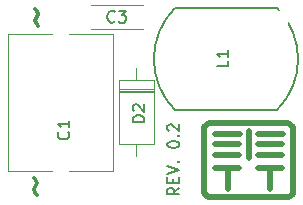
<source format=gto>
G04 #@! TF.GenerationSoftware,KiCad,Pcbnew,5.0.0-rc1-44a33f2~62~ubuntu16.04.1*
G04 #@! TF.CreationDate,2018-03-21T05:56:34+02:00*
G04 #@! TF.ProjectId,buck_led_driver,6275636B5F6C65645F6472697665722E,rev?*
G04 #@! TF.SameCoordinates,Original*
G04 #@! TF.FileFunction,Legend,Top*
G04 #@! TF.FilePolarity,Positive*
%FSLAX46Y46*%
G04 Gerber Fmt 4.6, Leading zero omitted, Abs format (unit mm)*
G04 Created by KiCad (PCBNEW 5.0.0-rc1-44a33f2~62~ubuntu16.04.1) date Wed Mar 21 05:56:34 2018*
%MOMM*%
%LPD*%
G01*
G04 APERTURE LIST*
%ADD10C,0.300000*%
%ADD11C,0.200000*%
%ADD12C,0.150000*%
%ADD13C,0.120000*%
%ADD14C,0.500000*%
%ADD15R,2.100000X2.100000*%
%ADD16C,2.800000*%
%ADD17O,2.600000X2.600000*%
%ADD18R,2.600000X2.600000*%
%ADD19C,2.000000*%
G04 APERTURE END LIST*
D10*
X153122285Y-81989514D02*
X152979428Y-81846657D01*
X152836571Y-81560942D01*
X153122285Y-80989514D01*
X152979428Y-80703800D01*
X152836571Y-80560942D01*
X152995285Y-96264314D02*
X152852428Y-96121457D01*
X152709571Y-95835742D01*
X152995285Y-95264314D01*
X152852428Y-94978600D01*
X152709571Y-94835742D01*
D11*
X165044380Y-95680952D02*
X164568190Y-96014285D01*
X165044380Y-96252380D02*
X164044380Y-96252380D01*
X164044380Y-95871428D01*
X164092000Y-95776190D01*
X164139619Y-95728571D01*
X164234857Y-95680952D01*
X164377714Y-95680952D01*
X164472952Y-95728571D01*
X164520571Y-95776190D01*
X164568190Y-95871428D01*
X164568190Y-96252380D01*
X164520571Y-95252380D02*
X164520571Y-94919047D01*
X165044380Y-94776190D02*
X165044380Y-95252380D01*
X164044380Y-95252380D01*
X164044380Y-94776190D01*
X164044380Y-94490476D02*
X165044380Y-94157142D01*
X164044380Y-93823809D01*
X164949142Y-93490476D02*
X164996761Y-93442857D01*
X165044380Y-93490476D01*
X164996761Y-93538095D01*
X164949142Y-93490476D01*
X165044380Y-93490476D01*
X164044380Y-92061904D02*
X164044380Y-91966666D01*
X164092000Y-91871428D01*
X164139619Y-91823809D01*
X164234857Y-91776190D01*
X164425333Y-91728571D01*
X164663428Y-91728571D01*
X164853904Y-91776190D01*
X164949142Y-91823809D01*
X164996761Y-91871428D01*
X165044380Y-91966666D01*
X165044380Y-92061904D01*
X164996761Y-92157142D01*
X164949142Y-92204761D01*
X164853904Y-92252380D01*
X164663428Y-92300000D01*
X164425333Y-92300000D01*
X164234857Y-92252380D01*
X164139619Y-92204761D01*
X164092000Y-92157142D01*
X164044380Y-92061904D01*
X164949142Y-91300000D02*
X164996761Y-91252380D01*
X165044380Y-91300000D01*
X164996761Y-91347619D01*
X164949142Y-91300000D01*
X165044380Y-91300000D01*
X164139619Y-90871428D02*
X164092000Y-90823809D01*
X164044380Y-90728571D01*
X164044380Y-90490476D01*
X164092000Y-90395238D01*
X164139619Y-90347619D01*
X164234857Y-90300000D01*
X164330095Y-90300000D01*
X164472952Y-90347619D01*
X165044380Y-90919047D01*
X165044380Y-90300000D01*
D12*
X173318000Y-80472000D02*
X164682000Y-80472000D01*
X164682000Y-89108000D02*
G75*
G02X164682000Y-80472000I4318000J4318000D01*
G01*
X173318000Y-80472000D02*
G75*
G02X173318000Y-89108000I-4318000J-4318000D01*
G01*
X173318000Y-89108000D02*
X164682000Y-89108000D01*
D13*
X162870000Y-87340000D02*
X159930000Y-87340000D01*
X162870000Y-87580000D02*
X159930000Y-87580000D01*
X162870000Y-87460000D02*
X159930000Y-87460000D01*
X161400000Y-93020000D02*
X161400000Y-92000000D01*
X161400000Y-85540000D02*
X161400000Y-86560000D01*
X162870000Y-92000000D02*
X162870000Y-86560000D01*
X159930000Y-92000000D02*
X162870000Y-92000000D01*
X159930000Y-86560000D02*
X159930000Y-92000000D01*
X162870000Y-86560000D02*
X159930000Y-86560000D01*
X159460000Y-82690000D02*
X159460000Y-94310000D01*
X150540000Y-82690000D02*
X150540000Y-94310000D01*
X159460000Y-82690000D02*
X155750000Y-82690000D01*
X154250000Y-82690000D02*
X150540000Y-82690000D01*
X159460000Y-94310000D02*
X155750000Y-94310000D01*
X154250000Y-94310000D02*
X150540000Y-94310000D01*
X157540000Y-80240000D02*
X161960000Y-80240000D01*
X157540000Y-82260000D02*
X161960000Y-82260000D01*
X157540000Y-80240000D02*
X157540000Y-80254000D01*
X157540000Y-82246000D02*
X157540000Y-82260000D01*
X161960000Y-80240000D02*
X161960000Y-80254000D01*
X161960000Y-82246000D02*
X161960000Y-82260000D01*
D12*
X170154600Y-91160600D02*
X170154600Y-91160600D01*
D14*
X168041911Y-91160600D02*
X170154600Y-91160600D01*
X167142000Y-90551000D02*
X167573800Y-90195400D01*
X167641985Y-90195400D02*
X174242017Y-90195400D01*
X167142000Y-96080956D02*
X167142000Y-90576400D01*
X167497600Y-96480000D02*
X167142000Y-96124400D01*
X174342000Y-96480000D02*
X167542000Y-96480000D01*
X174642000Y-96180000D02*
X174337200Y-96484800D01*
X174642000Y-90580000D02*
X174642000Y-96183646D01*
X174261000Y-90195400D02*
X174642000Y-90576400D01*
X168041255Y-92024200D02*
X170129200Y-92024200D01*
X168041986Y-92887800D02*
X170103800Y-92887800D01*
X171754800Y-91160600D02*
X173842090Y-91160600D01*
X171729400Y-92024200D02*
X173742773Y-92024200D01*
X171739879Y-92887800D02*
X173744084Y-92887800D01*
X170942000Y-93192600D02*
X170942000Y-90924000D01*
X170142136Y-94056200D02*
X168073400Y-94056200D01*
X169142000Y-94056200D02*
X169142000Y-95780000D01*
X172742000Y-94056200D02*
X172742000Y-95780019D01*
X173742141Y-94056200D02*
X171741866Y-94056200D01*
D12*
X169202380Y-84916666D02*
X169202380Y-85392857D01*
X168202380Y-85392857D01*
X169202380Y-84059523D02*
X169202380Y-84630952D01*
X169202380Y-84345238D02*
X168202380Y-84345238D01*
X168345238Y-84440476D01*
X168440476Y-84535714D01*
X168488095Y-84630952D01*
X162102380Y-90138095D02*
X161102380Y-90138095D01*
X161102380Y-89900000D01*
X161150000Y-89757142D01*
X161245238Y-89661904D01*
X161340476Y-89614285D01*
X161530952Y-89566666D01*
X161673809Y-89566666D01*
X161864285Y-89614285D01*
X161959523Y-89661904D01*
X162054761Y-89757142D01*
X162102380Y-89900000D01*
X162102380Y-90138095D01*
X161197619Y-89185714D02*
X161150000Y-89138095D01*
X161102380Y-89042857D01*
X161102380Y-88804761D01*
X161150000Y-88709523D01*
X161197619Y-88661904D01*
X161292857Y-88614285D01*
X161388095Y-88614285D01*
X161530952Y-88661904D01*
X162102380Y-89233333D01*
X162102380Y-88614285D01*
X155657142Y-90966666D02*
X155704761Y-91014285D01*
X155752380Y-91157142D01*
X155752380Y-91252380D01*
X155704761Y-91395238D01*
X155609523Y-91490476D01*
X155514285Y-91538095D01*
X155323809Y-91585714D01*
X155180952Y-91585714D01*
X154990476Y-91538095D01*
X154895238Y-91490476D01*
X154800000Y-91395238D01*
X154752380Y-91252380D01*
X154752380Y-91157142D01*
X154800000Y-91014285D01*
X154847619Y-90966666D01*
X155752380Y-90014285D02*
X155752380Y-90585714D01*
X155752380Y-90300000D02*
X154752380Y-90300000D01*
X154895238Y-90395238D01*
X154990476Y-90490476D01*
X155038095Y-90585714D01*
X159583333Y-81607142D02*
X159535714Y-81654761D01*
X159392857Y-81702380D01*
X159297619Y-81702380D01*
X159154761Y-81654761D01*
X159059523Y-81559523D01*
X159011904Y-81464285D01*
X158964285Y-81273809D01*
X158964285Y-81130952D01*
X159011904Y-80940476D01*
X159059523Y-80845238D01*
X159154761Y-80750000D01*
X159297619Y-80702380D01*
X159392857Y-80702380D01*
X159535714Y-80750000D01*
X159583333Y-80797619D01*
X159916666Y-80702380D02*
X160535714Y-80702380D01*
X160202380Y-81083333D01*
X160345238Y-81083333D01*
X160440476Y-81130952D01*
X160488095Y-81178571D01*
X160535714Y-81273809D01*
X160535714Y-81511904D01*
X160488095Y-81607142D01*
X160440476Y-81654761D01*
X160345238Y-81702380D01*
X160059523Y-81702380D01*
X159964285Y-81654761D01*
X159916666Y-81607142D01*
%LPC*%
D15*
X173250000Y-81750000D03*
X165000000Y-83750000D03*
D16*
X169000000Y-82250000D03*
X169000000Y-87250000D03*
D17*
X161400000Y-95200000D03*
D18*
X161400000Y-84200000D03*
D19*
X155000000Y-81500000D03*
X155000000Y-95500000D03*
D15*
X151200000Y-81200000D03*
X151200000Y-95500000D03*
D19*
X157250000Y-81250000D03*
X162250000Y-81250000D03*
M02*

</source>
